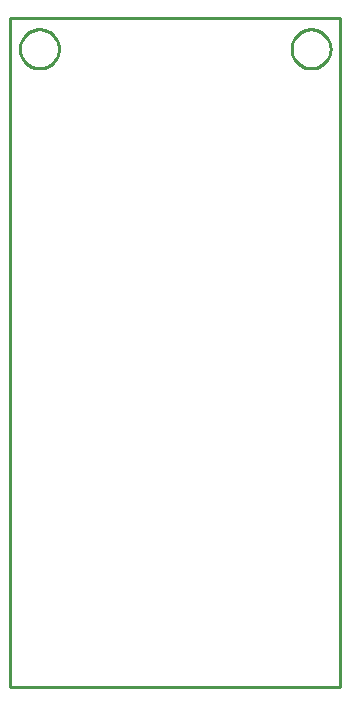
<source format=gbr>
G04 EAGLE Gerber RS-274X export*
G75*
%MOMM*%
%FSLAX34Y34*%
%LPD*%
%IN*%
%IPPOS*%
%AMOC8*
5,1,8,0,0,1.08239X$1,22.5*%
G01*
%ADD10C,0.254000*%


D10*
X0Y0D02*
X279880Y0D01*
X279880Y566300D01*
X0Y566300D01*
X0Y0D01*
X41500Y539460D02*
X41429Y538382D01*
X41288Y537311D01*
X41078Y536251D01*
X40798Y535208D01*
X40451Y534185D01*
X40037Y533187D01*
X39560Y532218D01*
X39019Y531282D01*
X38419Y530384D01*
X37762Y529527D01*
X37049Y528715D01*
X36285Y527951D01*
X35473Y527239D01*
X34616Y526581D01*
X33718Y525981D01*
X32782Y525441D01*
X31813Y524963D01*
X30815Y524549D01*
X29792Y524202D01*
X28749Y523922D01*
X27689Y523712D01*
X26618Y523571D01*
X25540Y523500D01*
X24460Y523500D01*
X23382Y523571D01*
X22311Y523712D01*
X21251Y523922D01*
X20208Y524202D01*
X19185Y524549D01*
X18187Y524963D01*
X17218Y525441D01*
X16282Y525981D01*
X15384Y526581D01*
X14527Y527239D01*
X13715Y527951D01*
X12951Y528715D01*
X12239Y529527D01*
X11581Y530384D01*
X10981Y531282D01*
X10441Y532218D01*
X9963Y533187D01*
X9549Y534185D01*
X9202Y535208D01*
X8922Y536251D01*
X8712Y537311D01*
X8571Y538382D01*
X8500Y539460D01*
X8500Y540540D01*
X8571Y541618D01*
X8712Y542689D01*
X8922Y543749D01*
X9202Y544792D01*
X9549Y545815D01*
X9963Y546813D01*
X10441Y547782D01*
X10981Y548718D01*
X11581Y549616D01*
X12239Y550473D01*
X12951Y551285D01*
X13715Y552049D01*
X14527Y552762D01*
X15384Y553419D01*
X16282Y554019D01*
X17218Y554560D01*
X18187Y555037D01*
X19185Y555451D01*
X20208Y555798D01*
X21251Y556078D01*
X22311Y556288D01*
X23382Y556429D01*
X24460Y556500D01*
X25540Y556500D01*
X26618Y556429D01*
X27689Y556288D01*
X28749Y556078D01*
X29792Y555798D01*
X30815Y555451D01*
X31813Y555037D01*
X32782Y554560D01*
X33718Y554019D01*
X34616Y553419D01*
X35473Y552762D01*
X36285Y552049D01*
X37049Y551285D01*
X37762Y550473D01*
X38419Y549616D01*
X39019Y548718D01*
X39560Y547782D01*
X40037Y546813D01*
X40451Y545815D01*
X40798Y544792D01*
X41078Y543749D01*
X41288Y542689D01*
X41429Y541618D01*
X41500Y540540D01*
X41500Y539460D01*
X271500Y539460D02*
X271429Y538382D01*
X271288Y537311D01*
X271078Y536251D01*
X270798Y535208D01*
X270451Y534185D01*
X270037Y533187D01*
X269560Y532218D01*
X269019Y531282D01*
X268419Y530384D01*
X267762Y529527D01*
X267049Y528715D01*
X266285Y527951D01*
X265473Y527239D01*
X264616Y526581D01*
X263718Y525981D01*
X262782Y525441D01*
X261813Y524963D01*
X260815Y524549D01*
X259792Y524202D01*
X258749Y523922D01*
X257689Y523712D01*
X256618Y523571D01*
X255540Y523500D01*
X254460Y523500D01*
X253382Y523571D01*
X252311Y523712D01*
X251251Y523922D01*
X250208Y524202D01*
X249185Y524549D01*
X248187Y524963D01*
X247218Y525441D01*
X246282Y525981D01*
X245384Y526581D01*
X244527Y527239D01*
X243715Y527951D01*
X242951Y528715D01*
X242239Y529527D01*
X241581Y530384D01*
X240981Y531282D01*
X240441Y532218D01*
X239963Y533187D01*
X239549Y534185D01*
X239202Y535208D01*
X238922Y536251D01*
X238712Y537311D01*
X238571Y538382D01*
X238500Y539460D01*
X238500Y540540D01*
X238571Y541618D01*
X238712Y542689D01*
X238922Y543749D01*
X239202Y544792D01*
X239549Y545815D01*
X239963Y546813D01*
X240441Y547782D01*
X240981Y548718D01*
X241581Y549616D01*
X242239Y550473D01*
X242951Y551285D01*
X243715Y552049D01*
X244527Y552762D01*
X245384Y553419D01*
X246282Y554019D01*
X247218Y554560D01*
X248187Y555037D01*
X249185Y555451D01*
X250208Y555798D01*
X251251Y556078D01*
X252311Y556288D01*
X253382Y556429D01*
X254460Y556500D01*
X255540Y556500D01*
X256618Y556429D01*
X257689Y556288D01*
X258749Y556078D01*
X259792Y555798D01*
X260815Y555451D01*
X261813Y555037D01*
X262782Y554560D01*
X263718Y554019D01*
X264616Y553419D01*
X265473Y552762D01*
X266285Y552049D01*
X267049Y551285D01*
X267762Y550473D01*
X268419Y549616D01*
X269019Y548718D01*
X269560Y547782D01*
X270037Y546813D01*
X270451Y545815D01*
X270798Y544792D01*
X271078Y543749D01*
X271288Y542689D01*
X271429Y541618D01*
X271500Y540540D01*
X271500Y539460D01*
M02*

</source>
